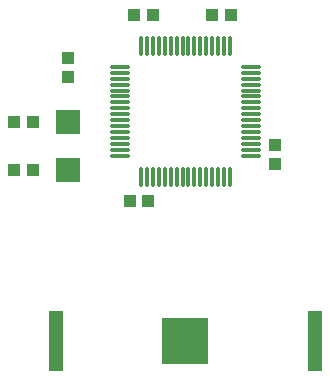
<source format=gbp>
G04*
G04 #@! TF.GenerationSoftware,Altium Limited,Altium Designer,18.1.7 (191)*
G04*
G04 Layer_Color=128*
%FSLAX25Y25*%
%MOIN*%
G70*
G01*
G75*
%ADD15R,0.03937X0.03937*%
%ADD19R,0.05000X0.20000*%
%ADD20R,0.15590X0.15590*%
%ADD68R,0.03937X0.03937*%
%ADD69R,0.08071X0.08268*%
%ADD70O,0.07087X0.01181*%
%ADD71O,0.01181X0.07087*%
D15*
X-50928Y-78500D02*
D03*
X-57227D02*
D03*
X-50850Y-94500D02*
D03*
X-57150D02*
D03*
X-12350Y-105000D02*
D03*
X-18650D02*
D03*
X8850Y-43084D02*
D03*
X15150D02*
D03*
X-17150Y-42865D02*
D03*
X-10850D02*
D03*
D19*
X-43248Y-151575D02*
D03*
X43248D02*
D03*
D20*
X0D02*
D03*
D68*
X-39000Y-57350D02*
D03*
Y-63650D02*
D03*
X30000Y-86350D02*
D03*
Y-92650D02*
D03*
D69*
X-39000Y-94472D02*
D03*
Y-78528D02*
D03*
D70*
X-21850Y-89764D02*
D03*
Y-87795D02*
D03*
Y-85827D02*
D03*
Y-83858D02*
D03*
Y-81890D02*
D03*
Y-79921D02*
D03*
Y-77953D02*
D03*
Y-75984D02*
D03*
Y-74016D02*
D03*
Y-72047D02*
D03*
Y-70079D02*
D03*
Y-68110D02*
D03*
Y-66142D02*
D03*
Y-64173D02*
D03*
Y-62205D02*
D03*
Y-60236D02*
D03*
X21850D02*
D03*
Y-62205D02*
D03*
Y-64173D02*
D03*
Y-66142D02*
D03*
Y-68110D02*
D03*
Y-70079D02*
D03*
Y-72047D02*
D03*
Y-74016D02*
D03*
Y-75984D02*
D03*
Y-77953D02*
D03*
Y-79921D02*
D03*
Y-81890D02*
D03*
Y-83858D02*
D03*
Y-85827D02*
D03*
Y-87795D02*
D03*
Y-89764D02*
D03*
D71*
X-14764Y-53150D02*
D03*
X-12795D02*
D03*
X-10827D02*
D03*
X-8858D02*
D03*
X-6890D02*
D03*
X-4921D02*
D03*
X-2953D02*
D03*
X-984D02*
D03*
X984D02*
D03*
X2953D02*
D03*
X4921D02*
D03*
X6890D02*
D03*
X8858D02*
D03*
X10827D02*
D03*
X12795D02*
D03*
X14764D02*
D03*
Y-96850D02*
D03*
X12795D02*
D03*
X10827D02*
D03*
X8858D02*
D03*
X6890D02*
D03*
X4921D02*
D03*
X2953D02*
D03*
X984D02*
D03*
X-984D02*
D03*
X-2953D02*
D03*
X-4921D02*
D03*
X-6890D02*
D03*
X-8858D02*
D03*
X-10827D02*
D03*
X-12795D02*
D03*
X-14764D02*
D03*
M02*

</source>
